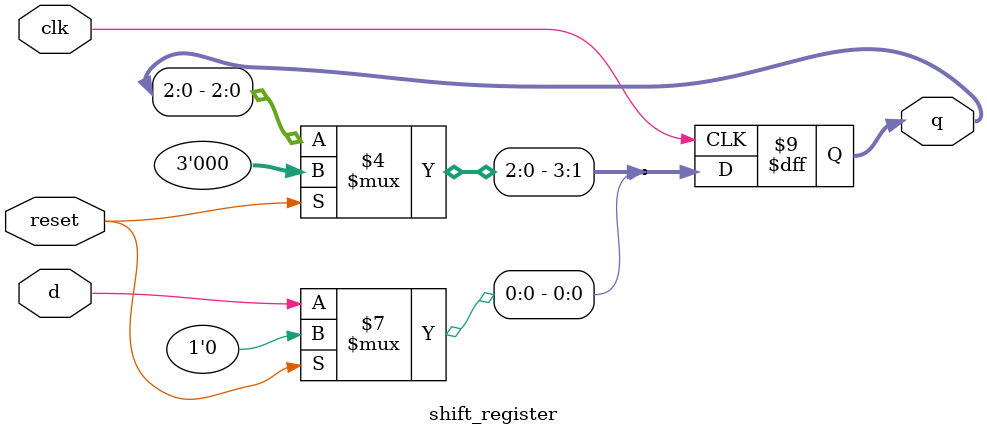
<source format=sv>
module shift_register(q,d,clk,reset);
output reg [3:0] q;
input d,clk,reset;

always @(posedge clk)
begin
if (reset)
    q <= 4'b0000;
else begin
    q <= q << 1;
    q[0] <= d;
end
end
endmodule
</source>
